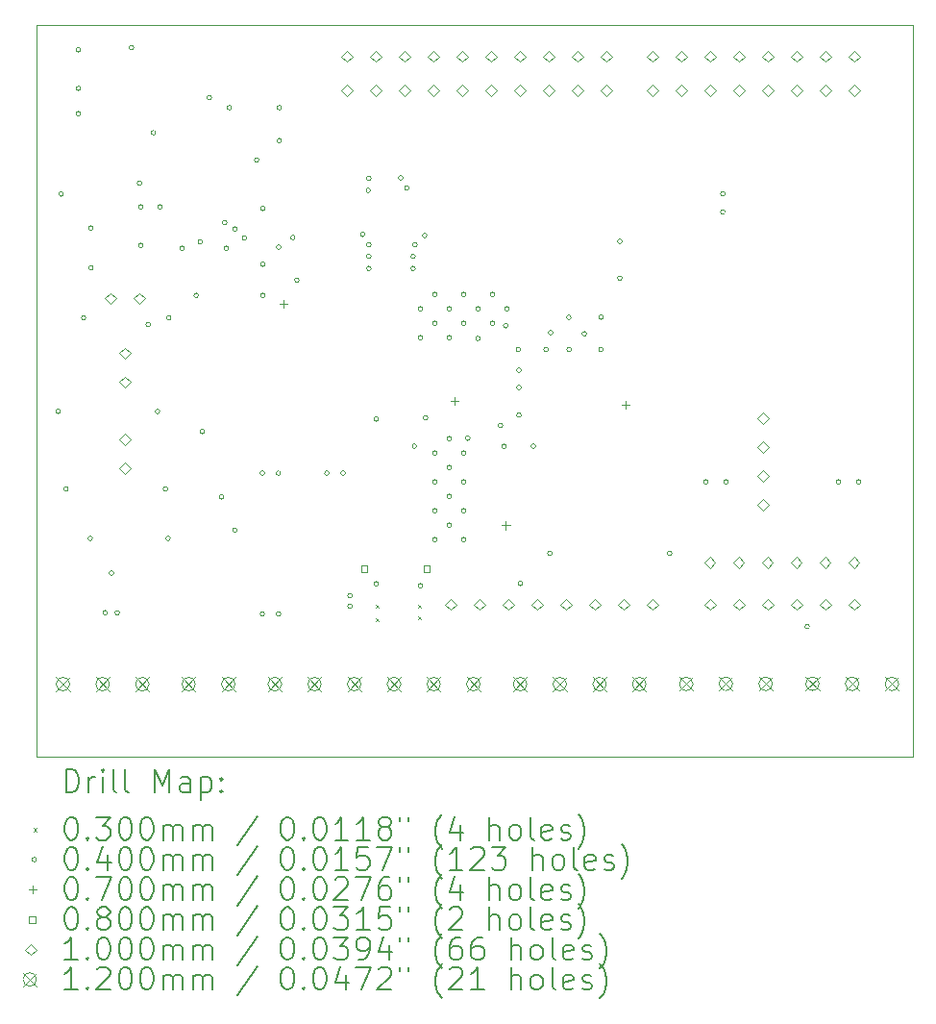
<source format=gbr>
%FSLAX45Y45*%
G04 Gerber Fmt 4.5, Leading zero omitted, Abs format (unit mm)*
G04 Created by KiCad (PCBNEW (6.0.1-0)) date 2022-02-06 09:10:40*
%MOMM*%
%LPD*%
G01*
G04 APERTURE LIST*
%TA.AperFunction,Profile*%
%ADD10C,0.050000*%
%TD*%
%ADD11C,0.200000*%
%ADD12C,0.030000*%
%ADD13C,0.040000*%
%ADD14C,0.070000*%
%ADD15C,0.080000*%
%ADD16C,0.100000*%
%ADD17C,0.120000*%
G04 APERTURE END LIST*
D10*
X19075400Y-7658100D02*
X19074000Y-14104500D01*
X19074000Y-14104500D02*
X11353800Y-14104500D01*
X11353800Y-14104500D02*
X11353800Y-7658100D01*
X11353800Y-7658100D02*
X19075400Y-7658100D01*
D11*
D12*
X14338757Y-12766280D02*
X14368757Y-12796280D01*
X14368757Y-12766280D02*
X14338757Y-12796280D01*
X14338757Y-12883120D02*
X14368757Y-12913120D01*
X14368757Y-12883120D02*
X14338757Y-12913120D01*
X14708465Y-12766280D02*
X14738465Y-12796280D01*
X14738465Y-12766280D02*
X14708465Y-12796280D01*
X14708465Y-12867192D02*
X14738465Y-12897192D01*
X14738465Y-12867192D02*
X14708465Y-12897192D01*
D13*
X11560970Y-11064500D02*
G75*
G03*
X11560970Y-11064500I-20000J0D01*
G01*
X11587160Y-9149080D02*
G75*
G03*
X11587160Y-9149080I-20000J0D01*
G01*
X11629920Y-11747500D02*
G75*
G03*
X11629920Y-11747500I-20000J0D01*
G01*
X11739560Y-8442960D02*
G75*
G03*
X11739560Y-8442960I-20000J0D01*
G01*
X11740000Y-7880000D02*
G75*
G03*
X11740000Y-7880000I-20000J0D01*
G01*
X11740000Y-8220000D02*
G75*
G03*
X11740000Y-8220000I-20000J0D01*
G01*
X11785970Y-10239500D02*
G75*
G03*
X11785970Y-10239500I-20000J0D01*
G01*
X11843280Y-12181840D02*
G75*
G03*
X11843280Y-12181840I-20000J0D01*
G01*
X11850000Y-9450000D02*
G75*
G03*
X11850000Y-9450000I-20000J0D01*
G01*
X11850000Y-9800000D02*
G75*
G03*
X11850000Y-9800000I-20000J0D01*
G01*
X11975360Y-12837160D02*
G75*
G03*
X11975360Y-12837160I-20000J0D01*
G01*
X12031240Y-12486640D02*
G75*
G03*
X12031240Y-12486640I-20000J0D01*
G01*
X12082040Y-12837160D02*
G75*
G03*
X12082040Y-12837160I-20000J0D01*
G01*
X12206920Y-7860328D02*
G75*
G03*
X12206920Y-7860328I-20000J0D01*
G01*
X12278040Y-9052560D02*
G75*
G03*
X12278040Y-9052560I-20000J0D01*
G01*
X12289000Y-9262500D02*
G75*
G03*
X12289000Y-9262500I-20000J0D01*
G01*
X12289000Y-9602500D02*
G75*
G03*
X12289000Y-9602500I-20000J0D01*
G01*
X12354378Y-10297522D02*
G75*
G03*
X12354378Y-10297522I-20000J0D01*
G01*
X12400000Y-8610000D02*
G75*
G03*
X12400000Y-8610000I-20000J0D01*
G01*
X12435970Y-11064500D02*
G75*
G03*
X12435970Y-11064500I-20000J0D01*
G01*
X12459000Y-9262500D02*
G75*
G03*
X12459000Y-9262500I-20000J0D01*
G01*
X12506220Y-11747500D02*
G75*
G03*
X12506220Y-11747500I-20000J0D01*
G01*
X12529080Y-12181840D02*
G75*
G03*
X12529080Y-12181840I-20000J0D01*
G01*
X12535970Y-10239500D02*
G75*
G03*
X12535970Y-10239500I-20000J0D01*
G01*
X12653800Y-9628100D02*
G75*
G03*
X12653800Y-9628100I-20000J0D01*
G01*
X12777240Y-10042450D02*
G75*
G03*
X12777240Y-10042450I-20000J0D01*
G01*
X12812467Y-9569033D02*
G75*
G03*
X12812467Y-9569033I-20000J0D01*
G01*
X12831760Y-11242040D02*
G75*
G03*
X12831760Y-11242040I-20000J0D01*
G01*
X12892720Y-8300720D02*
G75*
G03*
X12892720Y-8300720I-20000J0D01*
G01*
X12999950Y-11818100D02*
G75*
G03*
X12999950Y-11818100I-20000J0D01*
G01*
X13029000Y-9402500D02*
G75*
G03*
X13029000Y-9402500I-20000J0D01*
G01*
X13043800Y-9628100D02*
G75*
G03*
X13043800Y-9628100I-20000J0D01*
G01*
X13070000Y-8390000D02*
G75*
G03*
X13070000Y-8390000I-20000J0D01*
G01*
X13117981Y-9458150D02*
G75*
G03*
X13117981Y-9458150I-20000J0D01*
G01*
X13118800Y-12109950D02*
G75*
G03*
X13118800Y-12109950I-20000J0D01*
G01*
X13203025Y-9538100D02*
G75*
G03*
X13203025Y-9538100I-20000J0D01*
G01*
X13310000Y-8850000D02*
G75*
G03*
X13310000Y-8850000I-20000J0D01*
G01*
X13360080Y-11607800D02*
G75*
G03*
X13360080Y-11607800I-20000J0D01*
G01*
X13360080Y-12847320D02*
G75*
G03*
X13360080Y-12847320I-20000J0D01*
G01*
X13363800Y-9278100D02*
G75*
G03*
X13363800Y-9278100I-20000J0D01*
G01*
X13363800Y-9768100D02*
G75*
G03*
X13363800Y-9768100I-20000J0D01*
G01*
X13363800Y-10042450D02*
G75*
G03*
X13363800Y-10042450I-20000J0D01*
G01*
X13502320Y-11607800D02*
G75*
G03*
X13502320Y-11607800I-20000J0D01*
G01*
X13502320Y-12847320D02*
G75*
G03*
X13502320Y-12847320I-20000J0D01*
G01*
X13503800Y-9618100D02*
G75*
G03*
X13503800Y-9618100I-20000J0D01*
G01*
X13510000Y-8390000D02*
G75*
G03*
X13510000Y-8390000I-20000J0D01*
G01*
X13510000Y-8680000D02*
G75*
G03*
X13510000Y-8680000I-20000J0D01*
G01*
X13629008Y-9533158D02*
G75*
G03*
X13629008Y-9533158I-20000J0D01*
G01*
X13664000Y-9907500D02*
G75*
G03*
X13664000Y-9907500I-20000J0D01*
G01*
X13929040Y-11607800D02*
G75*
G03*
X13929040Y-11607800I-20000J0D01*
G01*
X14071280Y-11607800D02*
G75*
G03*
X14071280Y-11607800I-20000J0D01*
G01*
X14132240Y-12684760D02*
G75*
G03*
X14132240Y-12684760I-20000J0D01*
G01*
X14132240Y-12781280D02*
G75*
G03*
X14132240Y-12781280I-20000J0D01*
G01*
X14243853Y-9505414D02*
G75*
G03*
X14243853Y-9505414I-20000J0D01*
G01*
X14293287Y-9117978D02*
G75*
G03*
X14293287Y-9117978I-20000J0D01*
G01*
X14298731Y-9013169D02*
G75*
G03*
X14298731Y-9013169I-20000J0D01*
G01*
X14298805Y-9595050D02*
G75*
G03*
X14298805Y-9595050I-20000J0D01*
G01*
X14298805Y-9700000D02*
G75*
G03*
X14298805Y-9700000I-20000J0D01*
G01*
X14298805Y-9805000D02*
G75*
G03*
X14298805Y-9805000I-20000J0D01*
G01*
X14363757Y-11130000D02*
G75*
G03*
X14363757Y-11130000I-20000J0D01*
G01*
X14363757Y-12583100D02*
G75*
G03*
X14363757Y-12583100I-20000J0D01*
G01*
X14578609Y-9008100D02*
G75*
G03*
X14578609Y-9008100I-20000J0D01*
G01*
X14633561Y-9098100D02*
G75*
G03*
X14633561Y-9098100I-20000J0D01*
G01*
X14688513Y-9700050D02*
G75*
G03*
X14688513Y-9700050I-20000J0D01*
G01*
X14688513Y-9805000D02*
G75*
G03*
X14688513Y-9805000I-20000J0D01*
G01*
X14700000Y-11370000D02*
G75*
G03*
X14700000Y-11370000I-20000J0D01*
G01*
X14703906Y-9596235D02*
G75*
G03*
X14703906Y-9596235I-20000J0D01*
G01*
X14752000Y-10160000D02*
G75*
G03*
X14752000Y-10160000I-20000J0D01*
G01*
X14752000Y-10414000D02*
G75*
G03*
X14752000Y-10414000I-20000J0D01*
G01*
X14753465Y-12598100D02*
G75*
G03*
X14753465Y-12598100I-20000J0D01*
G01*
X14790000Y-9515002D02*
G75*
G03*
X14790000Y-9515002I-20000J0D01*
G01*
X14798417Y-11120000D02*
G75*
G03*
X14798417Y-11120000I-20000J0D01*
G01*
X14879000Y-10033000D02*
G75*
G03*
X14879000Y-10033000I-20000J0D01*
G01*
X14879000Y-10287000D02*
G75*
G03*
X14879000Y-10287000I-20000J0D01*
G01*
X14879000Y-11430000D02*
G75*
G03*
X14879000Y-11430000I-20000J0D01*
G01*
X14879000Y-11684000D02*
G75*
G03*
X14879000Y-11684000I-20000J0D01*
G01*
X14879000Y-11938000D02*
G75*
G03*
X14879000Y-11938000I-20000J0D01*
G01*
X14879000Y-12192000D02*
G75*
G03*
X14879000Y-12192000I-20000J0D01*
G01*
X15006000Y-10160000D02*
G75*
G03*
X15006000Y-10160000I-20000J0D01*
G01*
X15006000Y-10414000D02*
G75*
G03*
X15006000Y-10414000I-20000J0D01*
G01*
X15006000Y-11303000D02*
G75*
G03*
X15006000Y-11303000I-20000J0D01*
G01*
X15006000Y-11557000D02*
G75*
G03*
X15006000Y-11557000I-20000J0D01*
G01*
X15006000Y-11811000D02*
G75*
G03*
X15006000Y-11811000I-20000J0D01*
G01*
X15006000Y-12065000D02*
G75*
G03*
X15006000Y-12065000I-20000J0D01*
G01*
X15133000Y-10033000D02*
G75*
G03*
X15133000Y-10033000I-20000J0D01*
G01*
X15133000Y-10287000D02*
G75*
G03*
X15133000Y-10287000I-20000J0D01*
G01*
X15133000Y-11430000D02*
G75*
G03*
X15133000Y-11430000I-20000J0D01*
G01*
X15133000Y-11684000D02*
G75*
G03*
X15133000Y-11684000I-20000J0D01*
G01*
X15133000Y-11938000D02*
G75*
G03*
X15133000Y-11938000I-20000J0D01*
G01*
X15133000Y-12192000D02*
G75*
G03*
X15133000Y-12192000I-20000J0D01*
G01*
X15170000Y-11300000D02*
G75*
G03*
X15170000Y-11300000I-20000J0D01*
G01*
X15260000Y-10160000D02*
G75*
G03*
X15260000Y-10160000I-20000J0D01*
G01*
X15260000Y-10421360D02*
G75*
G03*
X15260000Y-10421360I-20000J0D01*
G01*
X15387000Y-10033000D02*
G75*
G03*
X15387000Y-10033000I-20000J0D01*
G01*
X15387000Y-10287000D02*
G75*
G03*
X15387000Y-10287000I-20000J0D01*
G01*
X15458620Y-11188440D02*
G75*
G03*
X15458620Y-11188440I-20000J0D01*
G01*
X15489100Y-11371320D02*
G75*
G03*
X15489100Y-11371320I-20000J0D01*
G01*
X15504340Y-10309600D02*
G75*
G03*
X15504340Y-10309600I-20000J0D01*
G01*
X15514000Y-10160000D02*
G75*
G03*
X15514000Y-10160000I-20000J0D01*
G01*
X15616100Y-10517880D02*
G75*
G03*
X15616100Y-10517880I-20000J0D01*
G01*
X15621180Y-10700760D02*
G75*
G03*
X15621180Y-10700760I-20000J0D01*
G01*
X15621180Y-10853160D02*
G75*
G03*
X15621180Y-10853160I-20000J0D01*
G01*
X15621180Y-11097000D02*
G75*
G03*
X15621180Y-11097000I-20000J0D01*
G01*
X15633800Y-12578100D02*
G75*
G03*
X15633800Y-12578100I-20000J0D01*
G01*
X15747680Y-11369040D02*
G75*
G03*
X15747680Y-11369040I-20000J0D01*
G01*
X15859940Y-10517880D02*
G75*
G03*
X15859940Y-10517880I-20000J0D01*
G01*
X15893800Y-12313100D02*
G75*
G03*
X15893800Y-12313100I-20000J0D01*
G01*
X15900000Y-10370000D02*
G75*
G03*
X15900000Y-10370000I-20000J0D01*
G01*
X16060100Y-10236200D02*
G75*
G03*
X16060100Y-10236200I-20000J0D01*
G01*
X16062640Y-10518140D02*
G75*
G03*
X16062640Y-10518140I-20000J0D01*
G01*
X16197260Y-10380980D02*
G75*
G03*
X16197260Y-10380980I-20000J0D01*
G01*
X16344580Y-10233660D02*
G75*
G03*
X16344580Y-10233660I-20000J0D01*
G01*
X16344580Y-10518140D02*
G75*
G03*
X16344580Y-10518140I-20000J0D01*
G01*
X16509680Y-9565640D02*
G75*
G03*
X16509680Y-9565640I-20000J0D01*
G01*
X16510000Y-9890440D02*
G75*
G03*
X16510000Y-9890440I-20000J0D01*
G01*
X16948800Y-12313100D02*
G75*
G03*
X16948800Y-12313100I-20000J0D01*
G01*
X17266600Y-11684000D02*
G75*
G03*
X17266600Y-11684000I-20000J0D01*
G01*
X17417100Y-9146400D02*
G75*
G03*
X17417100Y-9146400I-20000J0D01*
G01*
X17417100Y-9306400D02*
G75*
G03*
X17417100Y-9306400I-20000J0D01*
G01*
X17444400Y-11684000D02*
G75*
G03*
X17444400Y-11684000I-20000J0D01*
G01*
X18160680Y-12959080D02*
G75*
G03*
X18160680Y-12959080I-20000J0D01*
G01*
X18435000Y-11684000D02*
G75*
G03*
X18435000Y-11684000I-20000J0D01*
G01*
X18612800Y-11684000D02*
G75*
G03*
X18612800Y-11684000I-20000J0D01*
G01*
D14*
X13523800Y-10083100D02*
X13523800Y-10153100D01*
X13488800Y-10118100D02*
X13558800Y-10118100D01*
X15034260Y-10935260D02*
X15034260Y-11005260D01*
X14999260Y-10970260D02*
X15069260Y-10970260D01*
X15486380Y-12032540D02*
X15486380Y-12102540D01*
X15451380Y-12067540D02*
X15521380Y-12067540D01*
X16540480Y-10968280D02*
X16540480Y-11038280D01*
X16505480Y-11003280D02*
X16575480Y-11003280D01*
D15*
X14267084Y-12476384D02*
X14267084Y-12419815D01*
X14210515Y-12419815D01*
X14210515Y-12476384D01*
X14267084Y-12476384D01*
X14816164Y-12478284D02*
X14816164Y-12421715D01*
X14759595Y-12421715D01*
X14759595Y-12478284D01*
X14816164Y-12478284D01*
D16*
X12000000Y-10120000D02*
X12050000Y-10070000D01*
X12000000Y-10020000D01*
X11950000Y-10070000D01*
X12000000Y-10120000D01*
X12131850Y-11362960D02*
X12181850Y-11312960D01*
X12131850Y-11262960D01*
X12081850Y-11312960D01*
X12131850Y-11362960D01*
X12131850Y-11616960D02*
X12181850Y-11566960D01*
X12131850Y-11516960D01*
X12081850Y-11566960D01*
X12131850Y-11616960D01*
X12132500Y-10602500D02*
X12182500Y-10552500D01*
X12132500Y-10502500D01*
X12082500Y-10552500D01*
X12132500Y-10602500D01*
X12132500Y-10856500D02*
X12182500Y-10806500D01*
X12132500Y-10756500D01*
X12082500Y-10806500D01*
X12132500Y-10856500D01*
X12254000Y-10120000D02*
X12304000Y-10070000D01*
X12254000Y-10020000D01*
X12204000Y-10070000D01*
X12254000Y-10120000D01*
X14084300Y-8287220D02*
X14134300Y-8237220D01*
X14084300Y-8187220D01*
X14034300Y-8237220D01*
X14084300Y-8287220D01*
X14084700Y-7987500D02*
X14134700Y-7937500D01*
X14084700Y-7887500D01*
X14034700Y-7937500D01*
X14084700Y-7987500D01*
X14338300Y-8287220D02*
X14388300Y-8237220D01*
X14338300Y-8187220D01*
X14288300Y-8237220D01*
X14338300Y-8287220D01*
X14338700Y-7987500D02*
X14388700Y-7937500D01*
X14338700Y-7887500D01*
X14288700Y-7937500D01*
X14338700Y-7987500D01*
X14592300Y-8287220D02*
X14642300Y-8237220D01*
X14592300Y-8187220D01*
X14542300Y-8237220D01*
X14592300Y-8287220D01*
X14592700Y-7987500D02*
X14642700Y-7937500D01*
X14592700Y-7887500D01*
X14542700Y-7937500D01*
X14592700Y-7987500D01*
X14846300Y-8287220D02*
X14896300Y-8237220D01*
X14846300Y-8187220D01*
X14796300Y-8237220D01*
X14846300Y-8287220D01*
X14846700Y-7987500D02*
X14896700Y-7937500D01*
X14846700Y-7887500D01*
X14796700Y-7937500D01*
X14846700Y-7987500D01*
X14998700Y-12813500D02*
X15048700Y-12763500D01*
X14998700Y-12713500D01*
X14948700Y-12763500D01*
X14998700Y-12813500D01*
X15100300Y-8287220D02*
X15150300Y-8237220D01*
X15100300Y-8187220D01*
X15050300Y-8237220D01*
X15100300Y-8287220D01*
X15100700Y-7987500D02*
X15150700Y-7937500D01*
X15100700Y-7887500D01*
X15050700Y-7937500D01*
X15100700Y-7987500D01*
X15252700Y-12813500D02*
X15302700Y-12763500D01*
X15252700Y-12713500D01*
X15202700Y-12763500D01*
X15252700Y-12813500D01*
X15354300Y-8287220D02*
X15404300Y-8237220D01*
X15354300Y-8187220D01*
X15304300Y-8237220D01*
X15354300Y-8287220D01*
X15354700Y-7987500D02*
X15404700Y-7937500D01*
X15354700Y-7887500D01*
X15304700Y-7937500D01*
X15354700Y-7987500D01*
X15506700Y-12813500D02*
X15556700Y-12763500D01*
X15506700Y-12713500D01*
X15456700Y-12763500D01*
X15506700Y-12813500D01*
X15608300Y-8287220D02*
X15658300Y-8237220D01*
X15608300Y-8187220D01*
X15558300Y-8237220D01*
X15608300Y-8287220D01*
X15608700Y-7987500D02*
X15658700Y-7937500D01*
X15608700Y-7887500D01*
X15558700Y-7937500D01*
X15608700Y-7987500D01*
X15760700Y-12813500D02*
X15810700Y-12763500D01*
X15760700Y-12713500D01*
X15710700Y-12763500D01*
X15760700Y-12813500D01*
X15862300Y-8287220D02*
X15912300Y-8237220D01*
X15862300Y-8187220D01*
X15812300Y-8237220D01*
X15862300Y-8287220D01*
X15862700Y-7987500D02*
X15912700Y-7937500D01*
X15862700Y-7887500D01*
X15812700Y-7937500D01*
X15862700Y-7987500D01*
X16014700Y-12813500D02*
X16064700Y-12763500D01*
X16014700Y-12713500D01*
X15964700Y-12763500D01*
X16014700Y-12813500D01*
X16116300Y-8287220D02*
X16166300Y-8237220D01*
X16116300Y-8187220D01*
X16066300Y-8237220D01*
X16116300Y-8287220D01*
X16116700Y-7987500D02*
X16166700Y-7937500D01*
X16116700Y-7887500D01*
X16066700Y-7937500D01*
X16116700Y-7987500D01*
X16268700Y-12813500D02*
X16318700Y-12763500D01*
X16268700Y-12713500D01*
X16218700Y-12763500D01*
X16268700Y-12813500D01*
X16370300Y-8287220D02*
X16420300Y-8237220D01*
X16370300Y-8187220D01*
X16320300Y-8237220D01*
X16370300Y-8287220D01*
X16370700Y-7987500D02*
X16420700Y-7937500D01*
X16370700Y-7887500D01*
X16320700Y-7937500D01*
X16370700Y-7987500D01*
X16522700Y-12813500D02*
X16572700Y-12763500D01*
X16522700Y-12713500D01*
X16472700Y-12763500D01*
X16522700Y-12813500D01*
X16776700Y-7987500D02*
X16826700Y-7937500D01*
X16776700Y-7887500D01*
X16726700Y-7937500D01*
X16776700Y-7987500D01*
X16776700Y-12813500D02*
X16826700Y-12763500D01*
X16776700Y-12713500D01*
X16726700Y-12763500D01*
X16776700Y-12813500D01*
X16777240Y-8287220D02*
X16827240Y-8237220D01*
X16777240Y-8187220D01*
X16727240Y-8237220D01*
X16777240Y-8287220D01*
X17030700Y-7987500D02*
X17080700Y-7937500D01*
X17030700Y-7887500D01*
X16980700Y-7937500D01*
X17030700Y-7987500D01*
X17031240Y-8287220D02*
X17081240Y-8237220D01*
X17031240Y-8187220D01*
X16981240Y-8237220D01*
X17031240Y-8287220D01*
X17282160Y-12442660D02*
X17332160Y-12392660D01*
X17282160Y-12342660D01*
X17232160Y-12392660D01*
X17282160Y-12442660D01*
X17284700Y-7987500D02*
X17334700Y-7937500D01*
X17284700Y-7887500D01*
X17234700Y-7937500D01*
X17284700Y-7987500D01*
X17284700Y-12813500D02*
X17334700Y-12763500D01*
X17284700Y-12713500D01*
X17234700Y-12763500D01*
X17284700Y-12813500D01*
X17285240Y-8287220D02*
X17335240Y-8237220D01*
X17285240Y-8187220D01*
X17235240Y-8237220D01*
X17285240Y-8287220D01*
X17536160Y-12442660D02*
X17586160Y-12392660D01*
X17536160Y-12342660D01*
X17486160Y-12392660D01*
X17536160Y-12442660D01*
X17538700Y-7987500D02*
X17588700Y-7937500D01*
X17538700Y-7887500D01*
X17488700Y-7937500D01*
X17538700Y-7987500D01*
X17538700Y-12813500D02*
X17588700Y-12763500D01*
X17538700Y-12713500D01*
X17488700Y-12763500D01*
X17538700Y-12813500D01*
X17539240Y-8287220D02*
X17589240Y-8237220D01*
X17539240Y-8187220D01*
X17489240Y-8237220D01*
X17539240Y-8287220D01*
X17754600Y-11173700D02*
X17804600Y-11123700D01*
X17754600Y-11073700D01*
X17704600Y-11123700D01*
X17754600Y-11173700D01*
X17754600Y-11427700D02*
X17804600Y-11377700D01*
X17754600Y-11327700D01*
X17704600Y-11377700D01*
X17754600Y-11427700D01*
X17754600Y-11681700D02*
X17804600Y-11631700D01*
X17754600Y-11581700D01*
X17704600Y-11631700D01*
X17754600Y-11681700D01*
X17754600Y-11935700D02*
X17804600Y-11885700D01*
X17754600Y-11835700D01*
X17704600Y-11885700D01*
X17754600Y-11935700D01*
X17790160Y-12442660D02*
X17840160Y-12392660D01*
X17790160Y-12342660D01*
X17740160Y-12392660D01*
X17790160Y-12442660D01*
X17792700Y-7987500D02*
X17842700Y-7937500D01*
X17792700Y-7887500D01*
X17742700Y-7937500D01*
X17792700Y-7987500D01*
X17792700Y-12813500D02*
X17842700Y-12763500D01*
X17792700Y-12713500D01*
X17742700Y-12763500D01*
X17792700Y-12813500D01*
X17793240Y-8287220D02*
X17843240Y-8237220D01*
X17793240Y-8187220D01*
X17743240Y-8237220D01*
X17793240Y-8287220D01*
X18044160Y-12442660D02*
X18094160Y-12392660D01*
X18044160Y-12342660D01*
X17994160Y-12392660D01*
X18044160Y-12442660D01*
X18046700Y-7987500D02*
X18096700Y-7937500D01*
X18046700Y-7887500D01*
X17996700Y-7937500D01*
X18046700Y-7987500D01*
X18046700Y-12813500D02*
X18096700Y-12763500D01*
X18046700Y-12713500D01*
X17996700Y-12763500D01*
X18046700Y-12813500D01*
X18047240Y-8287220D02*
X18097240Y-8237220D01*
X18047240Y-8187220D01*
X17997240Y-8237220D01*
X18047240Y-8287220D01*
X18298160Y-12442660D02*
X18348160Y-12392660D01*
X18298160Y-12342660D01*
X18248160Y-12392660D01*
X18298160Y-12442660D01*
X18300700Y-7987500D02*
X18350700Y-7937500D01*
X18300700Y-7887500D01*
X18250700Y-7937500D01*
X18300700Y-7987500D01*
X18300700Y-12813500D02*
X18350700Y-12763500D01*
X18300700Y-12713500D01*
X18250700Y-12763500D01*
X18300700Y-12813500D01*
X18301240Y-8287220D02*
X18351240Y-8237220D01*
X18301240Y-8187220D01*
X18251240Y-8237220D01*
X18301240Y-8287220D01*
X18552160Y-12442660D02*
X18602160Y-12392660D01*
X18552160Y-12342660D01*
X18502160Y-12392660D01*
X18552160Y-12442660D01*
X18554700Y-7987500D02*
X18604700Y-7937500D01*
X18554700Y-7887500D01*
X18504700Y-7937500D01*
X18554700Y-7987500D01*
X18554700Y-12813500D02*
X18604700Y-12763500D01*
X18554700Y-12713500D01*
X18504700Y-12763500D01*
X18554700Y-12813500D01*
X18555240Y-8287220D02*
X18605240Y-8237220D01*
X18555240Y-8187220D01*
X18505240Y-8237220D01*
X18555240Y-8287220D01*
D17*
X11523080Y-13405540D02*
X11643080Y-13525540D01*
X11643080Y-13405540D02*
X11523080Y-13525540D01*
X11643080Y-13465540D02*
G75*
G03*
X11643080Y-13465540I-60000J0D01*
G01*
X11873080Y-13405540D02*
X11993080Y-13525540D01*
X11993080Y-13405540D02*
X11873080Y-13525540D01*
X11993080Y-13465540D02*
G75*
G03*
X11993080Y-13465540I-60000J0D01*
G01*
X12223080Y-13405540D02*
X12343080Y-13525540D01*
X12343080Y-13405540D02*
X12223080Y-13525540D01*
X12343080Y-13465540D02*
G75*
G03*
X12343080Y-13465540I-60000J0D01*
G01*
X12630880Y-13405540D02*
X12750880Y-13525540D01*
X12750880Y-13405540D02*
X12630880Y-13525540D01*
X12750880Y-13465540D02*
G75*
G03*
X12750880Y-13465540I-60000J0D01*
G01*
X12980880Y-13405540D02*
X13100880Y-13525540D01*
X13100880Y-13405540D02*
X12980880Y-13525540D01*
X13100880Y-13465540D02*
G75*
G03*
X13100880Y-13465540I-60000J0D01*
G01*
X13389880Y-13405540D02*
X13509880Y-13525540D01*
X13509880Y-13405540D02*
X13389880Y-13525540D01*
X13509880Y-13465540D02*
G75*
G03*
X13509880Y-13465540I-60000J0D01*
G01*
X13739880Y-13405540D02*
X13859880Y-13525540D01*
X13859880Y-13405540D02*
X13739880Y-13525540D01*
X13859880Y-13465540D02*
G75*
G03*
X13859880Y-13465540I-60000J0D01*
G01*
X14089880Y-13405540D02*
X14209880Y-13525540D01*
X14209880Y-13405540D02*
X14089880Y-13525540D01*
X14209880Y-13465540D02*
G75*
G03*
X14209880Y-13465540I-60000J0D01*
G01*
X14439880Y-13405540D02*
X14559880Y-13525540D01*
X14559880Y-13405540D02*
X14439880Y-13525540D01*
X14559880Y-13465540D02*
G75*
G03*
X14559880Y-13465540I-60000J0D01*
G01*
X14789880Y-13405540D02*
X14909880Y-13525540D01*
X14909880Y-13405540D02*
X14789880Y-13525540D01*
X14909880Y-13465540D02*
G75*
G03*
X14909880Y-13465540I-60000J0D01*
G01*
X15139880Y-13405540D02*
X15259880Y-13525540D01*
X15259880Y-13405540D02*
X15139880Y-13525540D01*
X15259880Y-13465540D02*
G75*
G03*
X15259880Y-13465540I-60000J0D01*
G01*
X15551360Y-13405540D02*
X15671360Y-13525540D01*
X15671360Y-13405540D02*
X15551360Y-13525540D01*
X15671360Y-13465540D02*
G75*
G03*
X15671360Y-13465540I-60000J0D01*
G01*
X15901360Y-13405540D02*
X16021360Y-13525540D01*
X16021360Y-13405540D02*
X15901360Y-13525540D01*
X16021360Y-13465540D02*
G75*
G03*
X16021360Y-13465540I-60000J0D01*
G01*
X16251360Y-13405540D02*
X16371360Y-13525540D01*
X16371360Y-13405540D02*
X16251360Y-13525540D01*
X16371360Y-13465540D02*
G75*
G03*
X16371360Y-13465540I-60000J0D01*
G01*
X16601360Y-13405540D02*
X16721360Y-13525540D01*
X16721360Y-13405540D02*
X16601360Y-13525540D01*
X16721360Y-13465540D02*
G75*
G03*
X16721360Y-13465540I-60000J0D01*
G01*
X17014400Y-13403120D02*
X17134400Y-13523120D01*
X17134400Y-13403120D02*
X17014400Y-13523120D01*
X17134400Y-13463120D02*
G75*
G03*
X17134400Y-13463120I-60000J0D01*
G01*
X17364400Y-13403120D02*
X17484400Y-13523120D01*
X17484400Y-13403120D02*
X17364400Y-13523120D01*
X17484400Y-13463120D02*
G75*
G03*
X17484400Y-13463120I-60000J0D01*
G01*
X17714400Y-13403120D02*
X17834400Y-13523120D01*
X17834400Y-13403120D02*
X17714400Y-13523120D01*
X17834400Y-13463120D02*
G75*
G03*
X17834400Y-13463120I-60000J0D01*
G01*
X18126920Y-13403120D02*
X18246920Y-13523120D01*
X18246920Y-13403120D02*
X18126920Y-13523120D01*
X18246920Y-13463120D02*
G75*
G03*
X18246920Y-13463120I-60000J0D01*
G01*
X18476920Y-13403120D02*
X18596920Y-13523120D01*
X18596920Y-13403120D02*
X18476920Y-13523120D01*
X18596920Y-13463120D02*
G75*
G03*
X18596920Y-13463120I-60000J0D01*
G01*
X18826920Y-13403120D02*
X18946920Y-13523120D01*
X18946920Y-13403120D02*
X18826920Y-13523120D01*
X18946920Y-13463120D02*
G75*
G03*
X18946920Y-13463120I-60000J0D01*
G01*
D11*
X11608919Y-14417476D02*
X11608919Y-14217476D01*
X11656538Y-14217476D01*
X11685109Y-14227000D01*
X11704157Y-14246048D01*
X11713681Y-14265095D01*
X11723205Y-14303190D01*
X11723205Y-14331762D01*
X11713681Y-14369857D01*
X11704157Y-14388905D01*
X11685109Y-14407952D01*
X11656538Y-14417476D01*
X11608919Y-14417476D01*
X11808919Y-14417476D02*
X11808919Y-14284143D01*
X11808919Y-14322238D02*
X11818443Y-14303190D01*
X11827967Y-14293667D01*
X11847014Y-14284143D01*
X11866062Y-14284143D01*
X11932728Y-14417476D02*
X11932728Y-14284143D01*
X11932728Y-14217476D02*
X11923205Y-14227000D01*
X11932728Y-14236524D01*
X11942252Y-14227000D01*
X11932728Y-14217476D01*
X11932728Y-14236524D01*
X12056538Y-14417476D02*
X12037490Y-14407952D01*
X12027967Y-14388905D01*
X12027967Y-14217476D01*
X12161300Y-14417476D02*
X12142252Y-14407952D01*
X12132728Y-14388905D01*
X12132728Y-14217476D01*
X12389871Y-14417476D02*
X12389871Y-14217476D01*
X12456538Y-14360333D01*
X12523205Y-14217476D01*
X12523205Y-14417476D01*
X12704157Y-14417476D02*
X12704157Y-14312714D01*
X12694633Y-14293667D01*
X12675586Y-14284143D01*
X12637490Y-14284143D01*
X12618443Y-14293667D01*
X12704157Y-14407952D02*
X12685109Y-14417476D01*
X12637490Y-14417476D01*
X12618443Y-14407952D01*
X12608919Y-14388905D01*
X12608919Y-14369857D01*
X12618443Y-14350809D01*
X12637490Y-14341286D01*
X12685109Y-14341286D01*
X12704157Y-14331762D01*
X12799395Y-14284143D02*
X12799395Y-14484143D01*
X12799395Y-14293667D02*
X12818443Y-14284143D01*
X12856538Y-14284143D01*
X12875586Y-14293667D01*
X12885109Y-14303190D01*
X12894633Y-14322238D01*
X12894633Y-14379381D01*
X12885109Y-14398428D01*
X12875586Y-14407952D01*
X12856538Y-14417476D01*
X12818443Y-14417476D01*
X12799395Y-14407952D01*
X12980348Y-14398428D02*
X12989871Y-14407952D01*
X12980348Y-14417476D01*
X12970824Y-14407952D01*
X12980348Y-14398428D01*
X12980348Y-14417476D01*
X12980348Y-14293667D02*
X12989871Y-14303190D01*
X12980348Y-14312714D01*
X12970824Y-14303190D01*
X12980348Y-14293667D01*
X12980348Y-14312714D01*
D12*
X11321300Y-14732000D02*
X11351300Y-14762000D01*
X11351300Y-14732000D02*
X11321300Y-14762000D01*
D11*
X11647014Y-14637476D02*
X11666062Y-14637476D01*
X11685109Y-14647000D01*
X11694633Y-14656524D01*
X11704157Y-14675571D01*
X11713681Y-14713667D01*
X11713681Y-14761286D01*
X11704157Y-14799381D01*
X11694633Y-14818428D01*
X11685109Y-14827952D01*
X11666062Y-14837476D01*
X11647014Y-14837476D01*
X11627967Y-14827952D01*
X11618443Y-14818428D01*
X11608919Y-14799381D01*
X11599395Y-14761286D01*
X11599395Y-14713667D01*
X11608919Y-14675571D01*
X11618443Y-14656524D01*
X11627967Y-14647000D01*
X11647014Y-14637476D01*
X11799395Y-14818428D02*
X11808919Y-14827952D01*
X11799395Y-14837476D01*
X11789871Y-14827952D01*
X11799395Y-14818428D01*
X11799395Y-14837476D01*
X11875586Y-14637476D02*
X11999395Y-14637476D01*
X11932728Y-14713667D01*
X11961300Y-14713667D01*
X11980348Y-14723190D01*
X11989871Y-14732714D01*
X11999395Y-14751762D01*
X11999395Y-14799381D01*
X11989871Y-14818428D01*
X11980348Y-14827952D01*
X11961300Y-14837476D01*
X11904157Y-14837476D01*
X11885109Y-14827952D01*
X11875586Y-14818428D01*
X12123205Y-14637476D02*
X12142252Y-14637476D01*
X12161300Y-14647000D01*
X12170824Y-14656524D01*
X12180348Y-14675571D01*
X12189871Y-14713667D01*
X12189871Y-14761286D01*
X12180348Y-14799381D01*
X12170824Y-14818428D01*
X12161300Y-14827952D01*
X12142252Y-14837476D01*
X12123205Y-14837476D01*
X12104157Y-14827952D01*
X12094633Y-14818428D01*
X12085109Y-14799381D01*
X12075586Y-14761286D01*
X12075586Y-14713667D01*
X12085109Y-14675571D01*
X12094633Y-14656524D01*
X12104157Y-14647000D01*
X12123205Y-14637476D01*
X12313681Y-14637476D02*
X12332728Y-14637476D01*
X12351776Y-14647000D01*
X12361300Y-14656524D01*
X12370824Y-14675571D01*
X12380348Y-14713667D01*
X12380348Y-14761286D01*
X12370824Y-14799381D01*
X12361300Y-14818428D01*
X12351776Y-14827952D01*
X12332728Y-14837476D01*
X12313681Y-14837476D01*
X12294633Y-14827952D01*
X12285109Y-14818428D01*
X12275586Y-14799381D01*
X12266062Y-14761286D01*
X12266062Y-14713667D01*
X12275586Y-14675571D01*
X12285109Y-14656524D01*
X12294633Y-14647000D01*
X12313681Y-14637476D01*
X12466062Y-14837476D02*
X12466062Y-14704143D01*
X12466062Y-14723190D02*
X12475586Y-14713667D01*
X12494633Y-14704143D01*
X12523205Y-14704143D01*
X12542252Y-14713667D01*
X12551776Y-14732714D01*
X12551776Y-14837476D01*
X12551776Y-14732714D02*
X12561300Y-14713667D01*
X12580348Y-14704143D01*
X12608919Y-14704143D01*
X12627967Y-14713667D01*
X12637490Y-14732714D01*
X12637490Y-14837476D01*
X12732728Y-14837476D02*
X12732728Y-14704143D01*
X12732728Y-14723190D02*
X12742252Y-14713667D01*
X12761300Y-14704143D01*
X12789871Y-14704143D01*
X12808919Y-14713667D01*
X12818443Y-14732714D01*
X12818443Y-14837476D01*
X12818443Y-14732714D02*
X12827967Y-14713667D01*
X12847014Y-14704143D01*
X12875586Y-14704143D01*
X12894633Y-14713667D01*
X12904157Y-14732714D01*
X12904157Y-14837476D01*
X13294633Y-14627952D02*
X13123205Y-14885095D01*
X13551776Y-14637476D02*
X13570824Y-14637476D01*
X13589871Y-14647000D01*
X13599395Y-14656524D01*
X13608919Y-14675571D01*
X13618443Y-14713667D01*
X13618443Y-14761286D01*
X13608919Y-14799381D01*
X13599395Y-14818428D01*
X13589871Y-14827952D01*
X13570824Y-14837476D01*
X13551776Y-14837476D01*
X13532728Y-14827952D01*
X13523205Y-14818428D01*
X13513681Y-14799381D01*
X13504157Y-14761286D01*
X13504157Y-14713667D01*
X13513681Y-14675571D01*
X13523205Y-14656524D01*
X13532728Y-14647000D01*
X13551776Y-14637476D01*
X13704157Y-14818428D02*
X13713681Y-14827952D01*
X13704157Y-14837476D01*
X13694633Y-14827952D01*
X13704157Y-14818428D01*
X13704157Y-14837476D01*
X13837490Y-14637476D02*
X13856538Y-14637476D01*
X13875586Y-14647000D01*
X13885109Y-14656524D01*
X13894633Y-14675571D01*
X13904157Y-14713667D01*
X13904157Y-14761286D01*
X13894633Y-14799381D01*
X13885109Y-14818428D01*
X13875586Y-14827952D01*
X13856538Y-14837476D01*
X13837490Y-14837476D01*
X13818443Y-14827952D01*
X13808919Y-14818428D01*
X13799395Y-14799381D01*
X13789871Y-14761286D01*
X13789871Y-14713667D01*
X13799395Y-14675571D01*
X13808919Y-14656524D01*
X13818443Y-14647000D01*
X13837490Y-14637476D01*
X14094633Y-14837476D02*
X13980348Y-14837476D01*
X14037490Y-14837476D02*
X14037490Y-14637476D01*
X14018443Y-14666048D01*
X13999395Y-14685095D01*
X13980348Y-14694619D01*
X14285109Y-14837476D02*
X14170824Y-14837476D01*
X14227967Y-14837476D02*
X14227967Y-14637476D01*
X14208919Y-14666048D01*
X14189871Y-14685095D01*
X14170824Y-14694619D01*
X14399395Y-14723190D02*
X14380348Y-14713667D01*
X14370824Y-14704143D01*
X14361300Y-14685095D01*
X14361300Y-14675571D01*
X14370824Y-14656524D01*
X14380348Y-14647000D01*
X14399395Y-14637476D01*
X14437490Y-14637476D01*
X14456538Y-14647000D01*
X14466062Y-14656524D01*
X14475586Y-14675571D01*
X14475586Y-14685095D01*
X14466062Y-14704143D01*
X14456538Y-14713667D01*
X14437490Y-14723190D01*
X14399395Y-14723190D01*
X14380348Y-14732714D01*
X14370824Y-14742238D01*
X14361300Y-14761286D01*
X14361300Y-14799381D01*
X14370824Y-14818428D01*
X14380348Y-14827952D01*
X14399395Y-14837476D01*
X14437490Y-14837476D01*
X14456538Y-14827952D01*
X14466062Y-14818428D01*
X14475586Y-14799381D01*
X14475586Y-14761286D01*
X14466062Y-14742238D01*
X14456538Y-14732714D01*
X14437490Y-14723190D01*
X14551776Y-14637476D02*
X14551776Y-14675571D01*
X14627967Y-14637476D02*
X14627967Y-14675571D01*
X14923205Y-14913667D02*
X14913681Y-14904143D01*
X14894633Y-14875571D01*
X14885109Y-14856524D01*
X14875586Y-14827952D01*
X14866062Y-14780333D01*
X14866062Y-14742238D01*
X14875586Y-14694619D01*
X14885109Y-14666048D01*
X14894633Y-14647000D01*
X14913681Y-14618428D01*
X14923205Y-14608905D01*
X15085109Y-14704143D02*
X15085109Y-14837476D01*
X15037490Y-14627952D02*
X14989871Y-14770809D01*
X15113681Y-14770809D01*
X15342252Y-14837476D02*
X15342252Y-14637476D01*
X15427967Y-14837476D02*
X15427967Y-14732714D01*
X15418443Y-14713667D01*
X15399395Y-14704143D01*
X15370824Y-14704143D01*
X15351776Y-14713667D01*
X15342252Y-14723190D01*
X15551776Y-14837476D02*
X15532728Y-14827952D01*
X15523205Y-14818428D01*
X15513681Y-14799381D01*
X15513681Y-14742238D01*
X15523205Y-14723190D01*
X15532728Y-14713667D01*
X15551776Y-14704143D01*
X15580348Y-14704143D01*
X15599395Y-14713667D01*
X15608919Y-14723190D01*
X15618443Y-14742238D01*
X15618443Y-14799381D01*
X15608919Y-14818428D01*
X15599395Y-14827952D01*
X15580348Y-14837476D01*
X15551776Y-14837476D01*
X15732728Y-14837476D02*
X15713681Y-14827952D01*
X15704157Y-14808905D01*
X15704157Y-14637476D01*
X15885109Y-14827952D02*
X15866062Y-14837476D01*
X15827967Y-14837476D01*
X15808919Y-14827952D01*
X15799395Y-14808905D01*
X15799395Y-14732714D01*
X15808919Y-14713667D01*
X15827967Y-14704143D01*
X15866062Y-14704143D01*
X15885109Y-14713667D01*
X15894633Y-14732714D01*
X15894633Y-14751762D01*
X15799395Y-14770809D01*
X15970824Y-14827952D02*
X15989871Y-14837476D01*
X16027967Y-14837476D01*
X16047014Y-14827952D01*
X16056538Y-14808905D01*
X16056538Y-14799381D01*
X16047014Y-14780333D01*
X16027967Y-14770809D01*
X15999395Y-14770809D01*
X15980348Y-14761286D01*
X15970824Y-14742238D01*
X15970824Y-14732714D01*
X15980348Y-14713667D01*
X15999395Y-14704143D01*
X16027967Y-14704143D01*
X16047014Y-14713667D01*
X16123205Y-14913667D02*
X16132728Y-14904143D01*
X16151776Y-14875571D01*
X16161300Y-14856524D01*
X16170824Y-14827952D01*
X16180348Y-14780333D01*
X16180348Y-14742238D01*
X16170824Y-14694619D01*
X16161300Y-14666048D01*
X16151776Y-14647000D01*
X16132728Y-14618428D01*
X16123205Y-14608905D01*
D13*
X11351300Y-15011000D02*
G75*
G03*
X11351300Y-15011000I-20000J0D01*
G01*
D11*
X11647014Y-14901476D02*
X11666062Y-14901476D01*
X11685109Y-14911000D01*
X11694633Y-14920524D01*
X11704157Y-14939571D01*
X11713681Y-14977667D01*
X11713681Y-15025286D01*
X11704157Y-15063381D01*
X11694633Y-15082428D01*
X11685109Y-15091952D01*
X11666062Y-15101476D01*
X11647014Y-15101476D01*
X11627967Y-15091952D01*
X11618443Y-15082428D01*
X11608919Y-15063381D01*
X11599395Y-15025286D01*
X11599395Y-14977667D01*
X11608919Y-14939571D01*
X11618443Y-14920524D01*
X11627967Y-14911000D01*
X11647014Y-14901476D01*
X11799395Y-15082428D02*
X11808919Y-15091952D01*
X11799395Y-15101476D01*
X11789871Y-15091952D01*
X11799395Y-15082428D01*
X11799395Y-15101476D01*
X11980348Y-14968143D02*
X11980348Y-15101476D01*
X11932728Y-14891952D02*
X11885109Y-15034809D01*
X12008919Y-15034809D01*
X12123205Y-14901476D02*
X12142252Y-14901476D01*
X12161300Y-14911000D01*
X12170824Y-14920524D01*
X12180348Y-14939571D01*
X12189871Y-14977667D01*
X12189871Y-15025286D01*
X12180348Y-15063381D01*
X12170824Y-15082428D01*
X12161300Y-15091952D01*
X12142252Y-15101476D01*
X12123205Y-15101476D01*
X12104157Y-15091952D01*
X12094633Y-15082428D01*
X12085109Y-15063381D01*
X12075586Y-15025286D01*
X12075586Y-14977667D01*
X12085109Y-14939571D01*
X12094633Y-14920524D01*
X12104157Y-14911000D01*
X12123205Y-14901476D01*
X12313681Y-14901476D02*
X12332728Y-14901476D01*
X12351776Y-14911000D01*
X12361300Y-14920524D01*
X12370824Y-14939571D01*
X12380348Y-14977667D01*
X12380348Y-15025286D01*
X12370824Y-15063381D01*
X12361300Y-15082428D01*
X12351776Y-15091952D01*
X12332728Y-15101476D01*
X12313681Y-15101476D01*
X12294633Y-15091952D01*
X12285109Y-15082428D01*
X12275586Y-15063381D01*
X12266062Y-15025286D01*
X12266062Y-14977667D01*
X12275586Y-14939571D01*
X12285109Y-14920524D01*
X12294633Y-14911000D01*
X12313681Y-14901476D01*
X12466062Y-15101476D02*
X12466062Y-14968143D01*
X12466062Y-14987190D02*
X12475586Y-14977667D01*
X12494633Y-14968143D01*
X12523205Y-14968143D01*
X12542252Y-14977667D01*
X12551776Y-14996714D01*
X12551776Y-15101476D01*
X12551776Y-14996714D02*
X12561300Y-14977667D01*
X12580348Y-14968143D01*
X12608919Y-14968143D01*
X12627967Y-14977667D01*
X12637490Y-14996714D01*
X12637490Y-15101476D01*
X12732728Y-15101476D02*
X12732728Y-14968143D01*
X12732728Y-14987190D02*
X12742252Y-14977667D01*
X12761300Y-14968143D01*
X12789871Y-14968143D01*
X12808919Y-14977667D01*
X12818443Y-14996714D01*
X12818443Y-15101476D01*
X12818443Y-14996714D02*
X12827967Y-14977667D01*
X12847014Y-14968143D01*
X12875586Y-14968143D01*
X12894633Y-14977667D01*
X12904157Y-14996714D01*
X12904157Y-15101476D01*
X13294633Y-14891952D02*
X13123205Y-15149095D01*
X13551776Y-14901476D02*
X13570824Y-14901476D01*
X13589871Y-14911000D01*
X13599395Y-14920524D01*
X13608919Y-14939571D01*
X13618443Y-14977667D01*
X13618443Y-15025286D01*
X13608919Y-15063381D01*
X13599395Y-15082428D01*
X13589871Y-15091952D01*
X13570824Y-15101476D01*
X13551776Y-15101476D01*
X13532728Y-15091952D01*
X13523205Y-15082428D01*
X13513681Y-15063381D01*
X13504157Y-15025286D01*
X13504157Y-14977667D01*
X13513681Y-14939571D01*
X13523205Y-14920524D01*
X13532728Y-14911000D01*
X13551776Y-14901476D01*
X13704157Y-15082428D02*
X13713681Y-15091952D01*
X13704157Y-15101476D01*
X13694633Y-15091952D01*
X13704157Y-15082428D01*
X13704157Y-15101476D01*
X13837490Y-14901476D02*
X13856538Y-14901476D01*
X13875586Y-14911000D01*
X13885109Y-14920524D01*
X13894633Y-14939571D01*
X13904157Y-14977667D01*
X13904157Y-15025286D01*
X13894633Y-15063381D01*
X13885109Y-15082428D01*
X13875586Y-15091952D01*
X13856538Y-15101476D01*
X13837490Y-15101476D01*
X13818443Y-15091952D01*
X13808919Y-15082428D01*
X13799395Y-15063381D01*
X13789871Y-15025286D01*
X13789871Y-14977667D01*
X13799395Y-14939571D01*
X13808919Y-14920524D01*
X13818443Y-14911000D01*
X13837490Y-14901476D01*
X14094633Y-15101476D02*
X13980348Y-15101476D01*
X14037490Y-15101476D02*
X14037490Y-14901476D01*
X14018443Y-14930048D01*
X13999395Y-14949095D01*
X13980348Y-14958619D01*
X14275586Y-14901476D02*
X14180348Y-14901476D01*
X14170824Y-14996714D01*
X14180348Y-14987190D01*
X14199395Y-14977667D01*
X14247014Y-14977667D01*
X14266062Y-14987190D01*
X14275586Y-14996714D01*
X14285109Y-15015762D01*
X14285109Y-15063381D01*
X14275586Y-15082428D01*
X14266062Y-15091952D01*
X14247014Y-15101476D01*
X14199395Y-15101476D01*
X14180348Y-15091952D01*
X14170824Y-15082428D01*
X14351776Y-14901476D02*
X14485109Y-14901476D01*
X14399395Y-15101476D01*
X14551776Y-14901476D02*
X14551776Y-14939571D01*
X14627967Y-14901476D02*
X14627967Y-14939571D01*
X14923205Y-15177667D02*
X14913681Y-15168143D01*
X14894633Y-15139571D01*
X14885109Y-15120524D01*
X14875586Y-15091952D01*
X14866062Y-15044333D01*
X14866062Y-15006238D01*
X14875586Y-14958619D01*
X14885109Y-14930048D01*
X14894633Y-14911000D01*
X14913681Y-14882428D01*
X14923205Y-14872905D01*
X15104157Y-15101476D02*
X14989871Y-15101476D01*
X15047014Y-15101476D02*
X15047014Y-14901476D01*
X15027967Y-14930048D01*
X15008919Y-14949095D01*
X14989871Y-14958619D01*
X15180348Y-14920524D02*
X15189871Y-14911000D01*
X15208919Y-14901476D01*
X15256538Y-14901476D01*
X15275586Y-14911000D01*
X15285109Y-14920524D01*
X15294633Y-14939571D01*
X15294633Y-14958619D01*
X15285109Y-14987190D01*
X15170824Y-15101476D01*
X15294633Y-15101476D01*
X15361300Y-14901476D02*
X15485109Y-14901476D01*
X15418443Y-14977667D01*
X15447014Y-14977667D01*
X15466062Y-14987190D01*
X15475586Y-14996714D01*
X15485109Y-15015762D01*
X15485109Y-15063381D01*
X15475586Y-15082428D01*
X15466062Y-15091952D01*
X15447014Y-15101476D01*
X15389871Y-15101476D01*
X15370824Y-15091952D01*
X15361300Y-15082428D01*
X15723205Y-15101476D02*
X15723205Y-14901476D01*
X15808919Y-15101476D02*
X15808919Y-14996714D01*
X15799395Y-14977667D01*
X15780348Y-14968143D01*
X15751776Y-14968143D01*
X15732728Y-14977667D01*
X15723205Y-14987190D01*
X15932728Y-15101476D02*
X15913681Y-15091952D01*
X15904157Y-15082428D01*
X15894633Y-15063381D01*
X15894633Y-15006238D01*
X15904157Y-14987190D01*
X15913681Y-14977667D01*
X15932728Y-14968143D01*
X15961300Y-14968143D01*
X15980348Y-14977667D01*
X15989871Y-14987190D01*
X15999395Y-15006238D01*
X15999395Y-15063381D01*
X15989871Y-15082428D01*
X15980348Y-15091952D01*
X15961300Y-15101476D01*
X15932728Y-15101476D01*
X16113681Y-15101476D02*
X16094633Y-15091952D01*
X16085109Y-15072905D01*
X16085109Y-14901476D01*
X16266062Y-15091952D02*
X16247014Y-15101476D01*
X16208919Y-15101476D01*
X16189871Y-15091952D01*
X16180348Y-15072905D01*
X16180348Y-14996714D01*
X16189871Y-14977667D01*
X16208919Y-14968143D01*
X16247014Y-14968143D01*
X16266062Y-14977667D01*
X16275586Y-14996714D01*
X16275586Y-15015762D01*
X16180348Y-15034809D01*
X16351776Y-15091952D02*
X16370824Y-15101476D01*
X16408919Y-15101476D01*
X16427967Y-15091952D01*
X16437490Y-15072905D01*
X16437490Y-15063381D01*
X16427967Y-15044333D01*
X16408919Y-15034809D01*
X16380348Y-15034809D01*
X16361300Y-15025286D01*
X16351776Y-15006238D01*
X16351776Y-14996714D01*
X16361300Y-14977667D01*
X16380348Y-14968143D01*
X16408919Y-14968143D01*
X16427967Y-14977667D01*
X16504157Y-15177667D02*
X16513681Y-15168143D01*
X16532728Y-15139571D01*
X16542252Y-15120524D01*
X16551776Y-15091952D01*
X16561300Y-15044333D01*
X16561300Y-15006238D01*
X16551776Y-14958619D01*
X16542252Y-14930048D01*
X16532728Y-14911000D01*
X16513681Y-14882428D01*
X16504157Y-14872905D01*
D14*
X11316300Y-15240000D02*
X11316300Y-15310000D01*
X11281300Y-15275000D02*
X11351300Y-15275000D01*
D11*
X11647014Y-15165476D02*
X11666062Y-15165476D01*
X11685109Y-15175000D01*
X11694633Y-15184524D01*
X11704157Y-15203571D01*
X11713681Y-15241667D01*
X11713681Y-15289286D01*
X11704157Y-15327381D01*
X11694633Y-15346428D01*
X11685109Y-15355952D01*
X11666062Y-15365476D01*
X11647014Y-15365476D01*
X11627967Y-15355952D01*
X11618443Y-15346428D01*
X11608919Y-15327381D01*
X11599395Y-15289286D01*
X11599395Y-15241667D01*
X11608919Y-15203571D01*
X11618443Y-15184524D01*
X11627967Y-15175000D01*
X11647014Y-15165476D01*
X11799395Y-15346428D02*
X11808919Y-15355952D01*
X11799395Y-15365476D01*
X11789871Y-15355952D01*
X11799395Y-15346428D01*
X11799395Y-15365476D01*
X11875586Y-15165476D02*
X12008919Y-15165476D01*
X11923205Y-15365476D01*
X12123205Y-15165476D02*
X12142252Y-15165476D01*
X12161300Y-15175000D01*
X12170824Y-15184524D01*
X12180348Y-15203571D01*
X12189871Y-15241667D01*
X12189871Y-15289286D01*
X12180348Y-15327381D01*
X12170824Y-15346428D01*
X12161300Y-15355952D01*
X12142252Y-15365476D01*
X12123205Y-15365476D01*
X12104157Y-15355952D01*
X12094633Y-15346428D01*
X12085109Y-15327381D01*
X12075586Y-15289286D01*
X12075586Y-15241667D01*
X12085109Y-15203571D01*
X12094633Y-15184524D01*
X12104157Y-15175000D01*
X12123205Y-15165476D01*
X12313681Y-15165476D02*
X12332728Y-15165476D01*
X12351776Y-15175000D01*
X12361300Y-15184524D01*
X12370824Y-15203571D01*
X12380348Y-15241667D01*
X12380348Y-15289286D01*
X12370824Y-15327381D01*
X12361300Y-15346428D01*
X12351776Y-15355952D01*
X12332728Y-15365476D01*
X12313681Y-15365476D01*
X12294633Y-15355952D01*
X12285109Y-15346428D01*
X12275586Y-15327381D01*
X12266062Y-15289286D01*
X12266062Y-15241667D01*
X12275586Y-15203571D01*
X12285109Y-15184524D01*
X12294633Y-15175000D01*
X12313681Y-15165476D01*
X12466062Y-15365476D02*
X12466062Y-15232143D01*
X12466062Y-15251190D02*
X12475586Y-15241667D01*
X12494633Y-15232143D01*
X12523205Y-15232143D01*
X12542252Y-15241667D01*
X12551776Y-15260714D01*
X12551776Y-15365476D01*
X12551776Y-15260714D02*
X12561300Y-15241667D01*
X12580348Y-15232143D01*
X12608919Y-15232143D01*
X12627967Y-15241667D01*
X12637490Y-15260714D01*
X12637490Y-15365476D01*
X12732728Y-15365476D02*
X12732728Y-15232143D01*
X12732728Y-15251190D02*
X12742252Y-15241667D01*
X12761300Y-15232143D01*
X12789871Y-15232143D01*
X12808919Y-15241667D01*
X12818443Y-15260714D01*
X12818443Y-15365476D01*
X12818443Y-15260714D02*
X12827967Y-15241667D01*
X12847014Y-15232143D01*
X12875586Y-15232143D01*
X12894633Y-15241667D01*
X12904157Y-15260714D01*
X12904157Y-15365476D01*
X13294633Y-15155952D02*
X13123205Y-15413095D01*
X13551776Y-15165476D02*
X13570824Y-15165476D01*
X13589871Y-15175000D01*
X13599395Y-15184524D01*
X13608919Y-15203571D01*
X13618443Y-15241667D01*
X13618443Y-15289286D01*
X13608919Y-15327381D01*
X13599395Y-15346428D01*
X13589871Y-15355952D01*
X13570824Y-15365476D01*
X13551776Y-15365476D01*
X13532728Y-15355952D01*
X13523205Y-15346428D01*
X13513681Y-15327381D01*
X13504157Y-15289286D01*
X13504157Y-15241667D01*
X13513681Y-15203571D01*
X13523205Y-15184524D01*
X13532728Y-15175000D01*
X13551776Y-15165476D01*
X13704157Y-15346428D02*
X13713681Y-15355952D01*
X13704157Y-15365476D01*
X13694633Y-15355952D01*
X13704157Y-15346428D01*
X13704157Y-15365476D01*
X13837490Y-15165476D02*
X13856538Y-15165476D01*
X13875586Y-15175000D01*
X13885109Y-15184524D01*
X13894633Y-15203571D01*
X13904157Y-15241667D01*
X13904157Y-15289286D01*
X13894633Y-15327381D01*
X13885109Y-15346428D01*
X13875586Y-15355952D01*
X13856538Y-15365476D01*
X13837490Y-15365476D01*
X13818443Y-15355952D01*
X13808919Y-15346428D01*
X13799395Y-15327381D01*
X13789871Y-15289286D01*
X13789871Y-15241667D01*
X13799395Y-15203571D01*
X13808919Y-15184524D01*
X13818443Y-15175000D01*
X13837490Y-15165476D01*
X13980348Y-15184524D02*
X13989871Y-15175000D01*
X14008919Y-15165476D01*
X14056538Y-15165476D01*
X14075586Y-15175000D01*
X14085109Y-15184524D01*
X14094633Y-15203571D01*
X14094633Y-15222619D01*
X14085109Y-15251190D01*
X13970824Y-15365476D01*
X14094633Y-15365476D01*
X14161300Y-15165476D02*
X14294633Y-15165476D01*
X14208919Y-15365476D01*
X14456538Y-15165476D02*
X14418443Y-15165476D01*
X14399395Y-15175000D01*
X14389871Y-15184524D01*
X14370824Y-15213095D01*
X14361300Y-15251190D01*
X14361300Y-15327381D01*
X14370824Y-15346428D01*
X14380348Y-15355952D01*
X14399395Y-15365476D01*
X14437490Y-15365476D01*
X14456538Y-15355952D01*
X14466062Y-15346428D01*
X14475586Y-15327381D01*
X14475586Y-15279762D01*
X14466062Y-15260714D01*
X14456538Y-15251190D01*
X14437490Y-15241667D01*
X14399395Y-15241667D01*
X14380348Y-15251190D01*
X14370824Y-15260714D01*
X14361300Y-15279762D01*
X14551776Y-15165476D02*
X14551776Y-15203571D01*
X14627967Y-15165476D02*
X14627967Y-15203571D01*
X14923205Y-15441667D02*
X14913681Y-15432143D01*
X14894633Y-15403571D01*
X14885109Y-15384524D01*
X14875586Y-15355952D01*
X14866062Y-15308333D01*
X14866062Y-15270238D01*
X14875586Y-15222619D01*
X14885109Y-15194048D01*
X14894633Y-15175000D01*
X14913681Y-15146428D01*
X14923205Y-15136905D01*
X15085109Y-15232143D02*
X15085109Y-15365476D01*
X15037490Y-15155952D02*
X14989871Y-15298809D01*
X15113681Y-15298809D01*
X15342252Y-15365476D02*
X15342252Y-15165476D01*
X15427967Y-15365476D02*
X15427967Y-15260714D01*
X15418443Y-15241667D01*
X15399395Y-15232143D01*
X15370824Y-15232143D01*
X15351776Y-15241667D01*
X15342252Y-15251190D01*
X15551776Y-15365476D02*
X15532728Y-15355952D01*
X15523205Y-15346428D01*
X15513681Y-15327381D01*
X15513681Y-15270238D01*
X15523205Y-15251190D01*
X15532728Y-15241667D01*
X15551776Y-15232143D01*
X15580348Y-15232143D01*
X15599395Y-15241667D01*
X15608919Y-15251190D01*
X15618443Y-15270238D01*
X15618443Y-15327381D01*
X15608919Y-15346428D01*
X15599395Y-15355952D01*
X15580348Y-15365476D01*
X15551776Y-15365476D01*
X15732728Y-15365476D02*
X15713681Y-15355952D01*
X15704157Y-15336905D01*
X15704157Y-15165476D01*
X15885109Y-15355952D02*
X15866062Y-15365476D01*
X15827967Y-15365476D01*
X15808919Y-15355952D01*
X15799395Y-15336905D01*
X15799395Y-15260714D01*
X15808919Y-15241667D01*
X15827967Y-15232143D01*
X15866062Y-15232143D01*
X15885109Y-15241667D01*
X15894633Y-15260714D01*
X15894633Y-15279762D01*
X15799395Y-15298809D01*
X15970824Y-15355952D02*
X15989871Y-15365476D01*
X16027967Y-15365476D01*
X16047014Y-15355952D01*
X16056538Y-15336905D01*
X16056538Y-15327381D01*
X16047014Y-15308333D01*
X16027967Y-15298809D01*
X15999395Y-15298809D01*
X15980348Y-15289286D01*
X15970824Y-15270238D01*
X15970824Y-15260714D01*
X15980348Y-15241667D01*
X15999395Y-15232143D01*
X16027967Y-15232143D01*
X16047014Y-15241667D01*
X16123205Y-15441667D02*
X16132728Y-15432143D01*
X16151776Y-15403571D01*
X16161300Y-15384524D01*
X16170824Y-15355952D01*
X16180348Y-15308333D01*
X16180348Y-15270238D01*
X16170824Y-15222619D01*
X16161300Y-15194048D01*
X16151776Y-15175000D01*
X16132728Y-15146428D01*
X16123205Y-15136905D01*
D15*
X11339584Y-15567284D02*
X11339584Y-15510715D01*
X11283015Y-15510715D01*
X11283015Y-15567284D01*
X11339584Y-15567284D01*
D11*
X11647014Y-15429476D02*
X11666062Y-15429476D01*
X11685109Y-15439000D01*
X11694633Y-15448524D01*
X11704157Y-15467571D01*
X11713681Y-15505667D01*
X11713681Y-15553286D01*
X11704157Y-15591381D01*
X11694633Y-15610428D01*
X11685109Y-15619952D01*
X11666062Y-15629476D01*
X11647014Y-15629476D01*
X11627967Y-15619952D01*
X11618443Y-15610428D01*
X11608919Y-15591381D01*
X11599395Y-15553286D01*
X11599395Y-15505667D01*
X11608919Y-15467571D01*
X11618443Y-15448524D01*
X11627967Y-15439000D01*
X11647014Y-15429476D01*
X11799395Y-15610428D02*
X11808919Y-15619952D01*
X11799395Y-15629476D01*
X11789871Y-15619952D01*
X11799395Y-15610428D01*
X11799395Y-15629476D01*
X11923205Y-15515190D02*
X11904157Y-15505667D01*
X11894633Y-15496143D01*
X11885109Y-15477095D01*
X11885109Y-15467571D01*
X11894633Y-15448524D01*
X11904157Y-15439000D01*
X11923205Y-15429476D01*
X11961300Y-15429476D01*
X11980348Y-15439000D01*
X11989871Y-15448524D01*
X11999395Y-15467571D01*
X11999395Y-15477095D01*
X11989871Y-15496143D01*
X11980348Y-15505667D01*
X11961300Y-15515190D01*
X11923205Y-15515190D01*
X11904157Y-15524714D01*
X11894633Y-15534238D01*
X11885109Y-15553286D01*
X11885109Y-15591381D01*
X11894633Y-15610428D01*
X11904157Y-15619952D01*
X11923205Y-15629476D01*
X11961300Y-15629476D01*
X11980348Y-15619952D01*
X11989871Y-15610428D01*
X11999395Y-15591381D01*
X11999395Y-15553286D01*
X11989871Y-15534238D01*
X11980348Y-15524714D01*
X11961300Y-15515190D01*
X12123205Y-15429476D02*
X12142252Y-15429476D01*
X12161300Y-15439000D01*
X12170824Y-15448524D01*
X12180348Y-15467571D01*
X12189871Y-15505667D01*
X12189871Y-15553286D01*
X12180348Y-15591381D01*
X12170824Y-15610428D01*
X12161300Y-15619952D01*
X12142252Y-15629476D01*
X12123205Y-15629476D01*
X12104157Y-15619952D01*
X12094633Y-15610428D01*
X12085109Y-15591381D01*
X12075586Y-15553286D01*
X12075586Y-15505667D01*
X12085109Y-15467571D01*
X12094633Y-15448524D01*
X12104157Y-15439000D01*
X12123205Y-15429476D01*
X12313681Y-15429476D02*
X12332728Y-15429476D01*
X12351776Y-15439000D01*
X12361300Y-15448524D01*
X12370824Y-15467571D01*
X12380348Y-15505667D01*
X12380348Y-15553286D01*
X12370824Y-15591381D01*
X12361300Y-15610428D01*
X12351776Y-15619952D01*
X12332728Y-15629476D01*
X12313681Y-15629476D01*
X12294633Y-15619952D01*
X12285109Y-15610428D01*
X12275586Y-15591381D01*
X12266062Y-15553286D01*
X12266062Y-15505667D01*
X12275586Y-15467571D01*
X12285109Y-15448524D01*
X12294633Y-15439000D01*
X12313681Y-15429476D01*
X12466062Y-15629476D02*
X12466062Y-15496143D01*
X12466062Y-15515190D02*
X12475586Y-15505667D01*
X12494633Y-15496143D01*
X12523205Y-15496143D01*
X12542252Y-15505667D01*
X12551776Y-15524714D01*
X12551776Y-15629476D01*
X12551776Y-15524714D02*
X12561300Y-15505667D01*
X12580348Y-15496143D01*
X12608919Y-15496143D01*
X12627967Y-15505667D01*
X12637490Y-15524714D01*
X12637490Y-15629476D01*
X12732728Y-15629476D02*
X12732728Y-15496143D01*
X12732728Y-15515190D02*
X12742252Y-15505667D01*
X12761300Y-15496143D01*
X12789871Y-15496143D01*
X12808919Y-15505667D01*
X12818443Y-15524714D01*
X12818443Y-15629476D01*
X12818443Y-15524714D02*
X12827967Y-15505667D01*
X12847014Y-15496143D01*
X12875586Y-15496143D01*
X12894633Y-15505667D01*
X12904157Y-15524714D01*
X12904157Y-15629476D01*
X13294633Y-15419952D02*
X13123205Y-15677095D01*
X13551776Y-15429476D02*
X13570824Y-15429476D01*
X13589871Y-15439000D01*
X13599395Y-15448524D01*
X13608919Y-15467571D01*
X13618443Y-15505667D01*
X13618443Y-15553286D01*
X13608919Y-15591381D01*
X13599395Y-15610428D01*
X13589871Y-15619952D01*
X13570824Y-15629476D01*
X13551776Y-15629476D01*
X13532728Y-15619952D01*
X13523205Y-15610428D01*
X13513681Y-15591381D01*
X13504157Y-15553286D01*
X13504157Y-15505667D01*
X13513681Y-15467571D01*
X13523205Y-15448524D01*
X13532728Y-15439000D01*
X13551776Y-15429476D01*
X13704157Y-15610428D02*
X13713681Y-15619952D01*
X13704157Y-15629476D01*
X13694633Y-15619952D01*
X13704157Y-15610428D01*
X13704157Y-15629476D01*
X13837490Y-15429476D02*
X13856538Y-15429476D01*
X13875586Y-15439000D01*
X13885109Y-15448524D01*
X13894633Y-15467571D01*
X13904157Y-15505667D01*
X13904157Y-15553286D01*
X13894633Y-15591381D01*
X13885109Y-15610428D01*
X13875586Y-15619952D01*
X13856538Y-15629476D01*
X13837490Y-15629476D01*
X13818443Y-15619952D01*
X13808919Y-15610428D01*
X13799395Y-15591381D01*
X13789871Y-15553286D01*
X13789871Y-15505667D01*
X13799395Y-15467571D01*
X13808919Y-15448524D01*
X13818443Y-15439000D01*
X13837490Y-15429476D01*
X13970824Y-15429476D02*
X14094633Y-15429476D01*
X14027967Y-15505667D01*
X14056538Y-15505667D01*
X14075586Y-15515190D01*
X14085109Y-15524714D01*
X14094633Y-15543762D01*
X14094633Y-15591381D01*
X14085109Y-15610428D01*
X14075586Y-15619952D01*
X14056538Y-15629476D01*
X13999395Y-15629476D01*
X13980348Y-15619952D01*
X13970824Y-15610428D01*
X14285109Y-15629476D02*
X14170824Y-15629476D01*
X14227967Y-15629476D02*
X14227967Y-15429476D01*
X14208919Y-15458048D01*
X14189871Y-15477095D01*
X14170824Y-15486619D01*
X14466062Y-15429476D02*
X14370824Y-15429476D01*
X14361300Y-15524714D01*
X14370824Y-15515190D01*
X14389871Y-15505667D01*
X14437490Y-15505667D01*
X14456538Y-15515190D01*
X14466062Y-15524714D01*
X14475586Y-15543762D01*
X14475586Y-15591381D01*
X14466062Y-15610428D01*
X14456538Y-15619952D01*
X14437490Y-15629476D01*
X14389871Y-15629476D01*
X14370824Y-15619952D01*
X14361300Y-15610428D01*
X14551776Y-15429476D02*
X14551776Y-15467571D01*
X14627967Y-15429476D02*
X14627967Y-15467571D01*
X14923205Y-15705667D02*
X14913681Y-15696143D01*
X14894633Y-15667571D01*
X14885109Y-15648524D01*
X14875586Y-15619952D01*
X14866062Y-15572333D01*
X14866062Y-15534238D01*
X14875586Y-15486619D01*
X14885109Y-15458048D01*
X14894633Y-15439000D01*
X14913681Y-15410428D01*
X14923205Y-15400905D01*
X14989871Y-15448524D02*
X14999395Y-15439000D01*
X15018443Y-15429476D01*
X15066062Y-15429476D01*
X15085109Y-15439000D01*
X15094633Y-15448524D01*
X15104157Y-15467571D01*
X15104157Y-15486619D01*
X15094633Y-15515190D01*
X14980348Y-15629476D01*
X15104157Y-15629476D01*
X15342252Y-15629476D02*
X15342252Y-15429476D01*
X15427967Y-15629476D02*
X15427967Y-15524714D01*
X15418443Y-15505667D01*
X15399395Y-15496143D01*
X15370824Y-15496143D01*
X15351776Y-15505667D01*
X15342252Y-15515190D01*
X15551776Y-15629476D02*
X15532728Y-15619952D01*
X15523205Y-15610428D01*
X15513681Y-15591381D01*
X15513681Y-15534238D01*
X15523205Y-15515190D01*
X15532728Y-15505667D01*
X15551776Y-15496143D01*
X15580348Y-15496143D01*
X15599395Y-15505667D01*
X15608919Y-15515190D01*
X15618443Y-15534238D01*
X15618443Y-15591381D01*
X15608919Y-15610428D01*
X15599395Y-15619952D01*
X15580348Y-15629476D01*
X15551776Y-15629476D01*
X15732728Y-15629476D02*
X15713681Y-15619952D01*
X15704157Y-15600905D01*
X15704157Y-15429476D01*
X15885109Y-15619952D02*
X15866062Y-15629476D01*
X15827967Y-15629476D01*
X15808919Y-15619952D01*
X15799395Y-15600905D01*
X15799395Y-15524714D01*
X15808919Y-15505667D01*
X15827967Y-15496143D01*
X15866062Y-15496143D01*
X15885109Y-15505667D01*
X15894633Y-15524714D01*
X15894633Y-15543762D01*
X15799395Y-15562809D01*
X15970824Y-15619952D02*
X15989871Y-15629476D01*
X16027967Y-15629476D01*
X16047014Y-15619952D01*
X16056538Y-15600905D01*
X16056538Y-15591381D01*
X16047014Y-15572333D01*
X16027967Y-15562809D01*
X15999395Y-15562809D01*
X15980348Y-15553286D01*
X15970824Y-15534238D01*
X15970824Y-15524714D01*
X15980348Y-15505667D01*
X15999395Y-15496143D01*
X16027967Y-15496143D01*
X16047014Y-15505667D01*
X16123205Y-15705667D02*
X16132728Y-15696143D01*
X16151776Y-15667571D01*
X16161300Y-15648524D01*
X16170824Y-15619952D01*
X16180348Y-15572333D01*
X16180348Y-15534238D01*
X16170824Y-15486619D01*
X16161300Y-15458048D01*
X16151776Y-15439000D01*
X16132728Y-15410428D01*
X16123205Y-15400905D01*
D16*
X11301300Y-15853000D02*
X11351300Y-15803000D01*
X11301300Y-15753000D01*
X11251300Y-15803000D01*
X11301300Y-15853000D01*
D11*
X11713681Y-15893476D02*
X11599395Y-15893476D01*
X11656538Y-15893476D02*
X11656538Y-15693476D01*
X11637490Y-15722048D01*
X11618443Y-15741095D01*
X11599395Y-15750619D01*
X11799395Y-15874428D02*
X11808919Y-15883952D01*
X11799395Y-15893476D01*
X11789871Y-15883952D01*
X11799395Y-15874428D01*
X11799395Y-15893476D01*
X11932728Y-15693476D02*
X11951776Y-15693476D01*
X11970824Y-15703000D01*
X11980348Y-15712524D01*
X11989871Y-15731571D01*
X11999395Y-15769667D01*
X11999395Y-15817286D01*
X11989871Y-15855381D01*
X11980348Y-15874428D01*
X11970824Y-15883952D01*
X11951776Y-15893476D01*
X11932728Y-15893476D01*
X11913681Y-15883952D01*
X11904157Y-15874428D01*
X11894633Y-15855381D01*
X11885109Y-15817286D01*
X11885109Y-15769667D01*
X11894633Y-15731571D01*
X11904157Y-15712524D01*
X11913681Y-15703000D01*
X11932728Y-15693476D01*
X12123205Y-15693476D02*
X12142252Y-15693476D01*
X12161300Y-15703000D01*
X12170824Y-15712524D01*
X12180348Y-15731571D01*
X12189871Y-15769667D01*
X12189871Y-15817286D01*
X12180348Y-15855381D01*
X12170824Y-15874428D01*
X12161300Y-15883952D01*
X12142252Y-15893476D01*
X12123205Y-15893476D01*
X12104157Y-15883952D01*
X12094633Y-15874428D01*
X12085109Y-15855381D01*
X12075586Y-15817286D01*
X12075586Y-15769667D01*
X12085109Y-15731571D01*
X12094633Y-15712524D01*
X12104157Y-15703000D01*
X12123205Y-15693476D01*
X12313681Y-15693476D02*
X12332728Y-15693476D01*
X12351776Y-15703000D01*
X12361300Y-15712524D01*
X12370824Y-15731571D01*
X12380348Y-15769667D01*
X12380348Y-15817286D01*
X12370824Y-15855381D01*
X12361300Y-15874428D01*
X12351776Y-15883952D01*
X12332728Y-15893476D01*
X12313681Y-15893476D01*
X12294633Y-15883952D01*
X12285109Y-15874428D01*
X12275586Y-15855381D01*
X12266062Y-15817286D01*
X12266062Y-15769667D01*
X12275586Y-15731571D01*
X12285109Y-15712524D01*
X12294633Y-15703000D01*
X12313681Y-15693476D01*
X12466062Y-15893476D02*
X12466062Y-15760143D01*
X12466062Y-15779190D02*
X12475586Y-15769667D01*
X12494633Y-15760143D01*
X12523205Y-15760143D01*
X12542252Y-15769667D01*
X12551776Y-15788714D01*
X12551776Y-15893476D01*
X12551776Y-15788714D02*
X12561300Y-15769667D01*
X12580348Y-15760143D01*
X12608919Y-15760143D01*
X12627967Y-15769667D01*
X12637490Y-15788714D01*
X12637490Y-15893476D01*
X12732728Y-15893476D02*
X12732728Y-15760143D01*
X12732728Y-15779190D02*
X12742252Y-15769667D01*
X12761300Y-15760143D01*
X12789871Y-15760143D01*
X12808919Y-15769667D01*
X12818443Y-15788714D01*
X12818443Y-15893476D01*
X12818443Y-15788714D02*
X12827967Y-15769667D01*
X12847014Y-15760143D01*
X12875586Y-15760143D01*
X12894633Y-15769667D01*
X12904157Y-15788714D01*
X12904157Y-15893476D01*
X13294633Y-15683952D02*
X13123205Y-15941095D01*
X13551776Y-15693476D02*
X13570824Y-15693476D01*
X13589871Y-15703000D01*
X13599395Y-15712524D01*
X13608919Y-15731571D01*
X13618443Y-15769667D01*
X13618443Y-15817286D01*
X13608919Y-15855381D01*
X13599395Y-15874428D01*
X13589871Y-15883952D01*
X13570824Y-15893476D01*
X13551776Y-15893476D01*
X13532728Y-15883952D01*
X13523205Y-15874428D01*
X13513681Y-15855381D01*
X13504157Y-15817286D01*
X13504157Y-15769667D01*
X13513681Y-15731571D01*
X13523205Y-15712524D01*
X13532728Y-15703000D01*
X13551776Y-15693476D01*
X13704157Y-15874428D02*
X13713681Y-15883952D01*
X13704157Y-15893476D01*
X13694633Y-15883952D01*
X13704157Y-15874428D01*
X13704157Y-15893476D01*
X13837490Y-15693476D02*
X13856538Y-15693476D01*
X13875586Y-15703000D01*
X13885109Y-15712524D01*
X13894633Y-15731571D01*
X13904157Y-15769667D01*
X13904157Y-15817286D01*
X13894633Y-15855381D01*
X13885109Y-15874428D01*
X13875586Y-15883952D01*
X13856538Y-15893476D01*
X13837490Y-15893476D01*
X13818443Y-15883952D01*
X13808919Y-15874428D01*
X13799395Y-15855381D01*
X13789871Y-15817286D01*
X13789871Y-15769667D01*
X13799395Y-15731571D01*
X13808919Y-15712524D01*
X13818443Y-15703000D01*
X13837490Y-15693476D01*
X13970824Y-15693476D02*
X14094633Y-15693476D01*
X14027967Y-15769667D01*
X14056538Y-15769667D01*
X14075586Y-15779190D01*
X14085109Y-15788714D01*
X14094633Y-15807762D01*
X14094633Y-15855381D01*
X14085109Y-15874428D01*
X14075586Y-15883952D01*
X14056538Y-15893476D01*
X13999395Y-15893476D01*
X13980348Y-15883952D01*
X13970824Y-15874428D01*
X14189871Y-15893476D02*
X14227967Y-15893476D01*
X14247014Y-15883952D01*
X14256538Y-15874428D01*
X14275586Y-15845857D01*
X14285109Y-15807762D01*
X14285109Y-15731571D01*
X14275586Y-15712524D01*
X14266062Y-15703000D01*
X14247014Y-15693476D01*
X14208919Y-15693476D01*
X14189871Y-15703000D01*
X14180348Y-15712524D01*
X14170824Y-15731571D01*
X14170824Y-15779190D01*
X14180348Y-15798238D01*
X14189871Y-15807762D01*
X14208919Y-15817286D01*
X14247014Y-15817286D01*
X14266062Y-15807762D01*
X14275586Y-15798238D01*
X14285109Y-15779190D01*
X14456538Y-15760143D02*
X14456538Y-15893476D01*
X14408919Y-15683952D02*
X14361300Y-15826809D01*
X14485109Y-15826809D01*
X14551776Y-15693476D02*
X14551776Y-15731571D01*
X14627967Y-15693476D02*
X14627967Y-15731571D01*
X14923205Y-15969667D02*
X14913681Y-15960143D01*
X14894633Y-15931571D01*
X14885109Y-15912524D01*
X14875586Y-15883952D01*
X14866062Y-15836333D01*
X14866062Y-15798238D01*
X14875586Y-15750619D01*
X14885109Y-15722048D01*
X14894633Y-15703000D01*
X14913681Y-15674428D01*
X14923205Y-15664905D01*
X15085109Y-15693476D02*
X15047014Y-15693476D01*
X15027967Y-15703000D01*
X15018443Y-15712524D01*
X14999395Y-15741095D01*
X14989871Y-15779190D01*
X14989871Y-15855381D01*
X14999395Y-15874428D01*
X15008919Y-15883952D01*
X15027967Y-15893476D01*
X15066062Y-15893476D01*
X15085109Y-15883952D01*
X15094633Y-15874428D01*
X15104157Y-15855381D01*
X15104157Y-15807762D01*
X15094633Y-15788714D01*
X15085109Y-15779190D01*
X15066062Y-15769667D01*
X15027967Y-15769667D01*
X15008919Y-15779190D01*
X14999395Y-15788714D01*
X14989871Y-15807762D01*
X15275586Y-15693476D02*
X15237490Y-15693476D01*
X15218443Y-15703000D01*
X15208919Y-15712524D01*
X15189871Y-15741095D01*
X15180348Y-15779190D01*
X15180348Y-15855381D01*
X15189871Y-15874428D01*
X15199395Y-15883952D01*
X15218443Y-15893476D01*
X15256538Y-15893476D01*
X15275586Y-15883952D01*
X15285109Y-15874428D01*
X15294633Y-15855381D01*
X15294633Y-15807762D01*
X15285109Y-15788714D01*
X15275586Y-15779190D01*
X15256538Y-15769667D01*
X15218443Y-15769667D01*
X15199395Y-15779190D01*
X15189871Y-15788714D01*
X15180348Y-15807762D01*
X15532728Y-15893476D02*
X15532728Y-15693476D01*
X15618443Y-15893476D02*
X15618443Y-15788714D01*
X15608919Y-15769667D01*
X15589871Y-15760143D01*
X15561300Y-15760143D01*
X15542252Y-15769667D01*
X15532728Y-15779190D01*
X15742252Y-15893476D02*
X15723205Y-15883952D01*
X15713681Y-15874428D01*
X15704157Y-15855381D01*
X15704157Y-15798238D01*
X15713681Y-15779190D01*
X15723205Y-15769667D01*
X15742252Y-15760143D01*
X15770824Y-15760143D01*
X15789871Y-15769667D01*
X15799395Y-15779190D01*
X15808919Y-15798238D01*
X15808919Y-15855381D01*
X15799395Y-15874428D01*
X15789871Y-15883952D01*
X15770824Y-15893476D01*
X15742252Y-15893476D01*
X15923205Y-15893476D02*
X15904157Y-15883952D01*
X15894633Y-15864905D01*
X15894633Y-15693476D01*
X16075586Y-15883952D02*
X16056538Y-15893476D01*
X16018443Y-15893476D01*
X15999395Y-15883952D01*
X15989871Y-15864905D01*
X15989871Y-15788714D01*
X15999395Y-15769667D01*
X16018443Y-15760143D01*
X16056538Y-15760143D01*
X16075586Y-15769667D01*
X16085109Y-15788714D01*
X16085109Y-15807762D01*
X15989871Y-15826809D01*
X16161300Y-15883952D02*
X16180348Y-15893476D01*
X16218443Y-15893476D01*
X16237490Y-15883952D01*
X16247014Y-15864905D01*
X16247014Y-15855381D01*
X16237490Y-15836333D01*
X16218443Y-15826809D01*
X16189871Y-15826809D01*
X16170824Y-15817286D01*
X16161300Y-15798238D01*
X16161300Y-15788714D01*
X16170824Y-15769667D01*
X16189871Y-15760143D01*
X16218443Y-15760143D01*
X16237490Y-15769667D01*
X16313681Y-15969667D02*
X16323205Y-15960143D01*
X16342252Y-15931571D01*
X16351776Y-15912524D01*
X16361300Y-15883952D01*
X16370824Y-15836333D01*
X16370824Y-15798238D01*
X16361300Y-15750619D01*
X16351776Y-15722048D01*
X16342252Y-15703000D01*
X16323205Y-15674428D01*
X16313681Y-15664905D01*
D17*
X11231300Y-16007000D02*
X11351300Y-16127000D01*
X11351300Y-16007000D02*
X11231300Y-16127000D01*
X11351300Y-16067000D02*
G75*
G03*
X11351300Y-16067000I-60000J0D01*
G01*
D11*
X11713681Y-16157476D02*
X11599395Y-16157476D01*
X11656538Y-16157476D02*
X11656538Y-15957476D01*
X11637490Y-15986048D01*
X11618443Y-16005095D01*
X11599395Y-16014619D01*
X11799395Y-16138428D02*
X11808919Y-16147952D01*
X11799395Y-16157476D01*
X11789871Y-16147952D01*
X11799395Y-16138428D01*
X11799395Y-16157476D01*
X11885109Y-15976524D02*
X11894633Y-15967000D01*
X11913681Y-15957476D01*
X11961300Y-15957476D01*
X11980348Y-15967000D01*
X11989871Y-15976524D01*
X11999395Y-15995571D01*
X11999395Y-16014619D01*
X11989871Y-16043190D01*
X11875586Y-16157476D01*
X11999395Y-16157476D01*
X12123205Y-15957476D02*
X12142252Y-15957476D01*
X12161300Y-15967000D01*
X12170824Y-15976524D01*
X12180348Y-15995571D01*
X12189871Y-16033667D01*
X12189871Y-16081286D01*
X12180348Y-16119381D01*
X12170824Y-16138428D01*
X12161300Y-16147952D01*
X12142252Y-16157476D01*
X12123205Y-16157476D01*
X12104157Y-16147952D01*
X12094633Y-16138428D01*
X12085109Y-16119381D01*
X12075586Y-16081286D01*
X12075586Y-16033667D01*
X12085109Y-15995571D01*
X12094633Y-15976524D01*
X12104157Y-15967000D01*
X12123205Y-15957476D01*
X12313681Y-15957476D02*
X12332728Y-15957476D01*
X12351776Y-15967000D01*
X12361300Y-15976524D01*
X12370824Y-15995571D01*
X12380348Y-16033667D01*
X12380348Y-16081286D01*
X12370824Y-16119381D01*
X12361300Y-16138428D01*
X12351776Y-16147952D01*
X12332728Y-16157476D01*
X12313681Y-16157476D01*
X12294633Y-16147952D01*
X12285109Y-16138428D01*
X12275586Y-16119381D01*
X12266062Y-16081286D01*
X12266062Y-16033667D01*
X12275586Y-15995571D01*
X12285109Y-15976524D01*
X12294633Y-15967000D01*
X12313681Y-15957476D01*
X12466062Y-16157476D02*
X12466062Y-16024143D01*
X12466062Y-16043190D02*
X12475586Y-16033667D01*
X12494633Y-16024143D01*
X12523205Y-16024143D01*
X12542252Y-16033667D01*
X12551776Y-16052714D01*
X12551776Y-16157476D01*
X12551776Y-16052714D02*
X12561300Y-16033667D01*
X12580348Y-16024143D01*
X12608919Y-16024143D01*
X12627967Y-16033667D01*
X12637490Y-16052714D01*
X12637490Y-16157476D01*
X12732728Y-16157476D02*
X12732728Y-16024143D01*
X12732728Y-16043190D02*
X12742252Y-16033667D01*
X12761300Y-16024143D01*
X12789871Y-16024143D01*
X12808919Y-16033667D01*
X12818443Y-16052714D01*
X12818443Y-16157476D01*
X12818443Y-16052714D02*
X12827967Y-16033667D01*
X12847014Y-16024143D01*
X12875586Y-16024143D01*
X12894633Y-16033667D01*
X12904157Y-16052714D01*
X12904157Y-16157476D01*
X13294633Y-15947952D02*
X13123205Y-16205095D01*
X13551776Y-15957476D02*
X13570824Y-15957476D01*
X13589871Y-15967000D01*
X13599395Y-15976524D01*
X13608919Y-15995571D01*
X13618443Y-16033667D01*
X13618443Y-16081286D01*
X13608919Y-16119381D01*
X13599395Y-16138428D01*
X13589871Y-16147952D01*
X13570824Y-16157476D01*
X13551776Y-16157476D01*
X13532728Y-16147952D01*
X13523205Y-16138428D01*
X13513681Y-16119381D01*
X13504157Y-16081286D01*
X13504157Y-16033667D01*
X13513681Y-15995571D01*
X13523205Y-15976524D01*
X13532728Y-15967000D01*
X13551776Y-15957476D01*
X13704157Y-16138428D02*
X13713681Y-16147952D01*
X13704157Y-16157476D01*
X13694633Y-16147952D01*
X13704157Y-16138428D01*
X13704157Y-16157476D01*
X13837490Y-15957476D02*
X13856538Y-15957476D01*
X13875586Y-15967000D01*
X13885109Y-15976524D01*
X13894633Y-15995571D01*
X13904157Y-16033667D01*
X13904157Y-16081286D01*
X13894633Y-16119381D01*
X13885109Y-16138428D01*
X13875586Y-16147952D01*
X13856538Y-16157476D01*
X13837490Y-16157476D01*
X13818443Y-16147952D01*
X13808919Y-16138428D01*
X13799395Y-16119381D01*
X13789871Y-16081286D01*
X13789871Y-16033667D01*
X13799395Y-15995571D01*
X13808919Y-15976524D01*
X13818443Y-15967000D01*
X13837490Y-15957476D01*
X14075586Y-16024143D02*
X14075586Y-16157476D01*
X14027967Y-15947952D02*
X13980348Y-16090809D01*
X14104157Y-16090809D01*
X14161300Y-15957476D02*
X14294633Y-15957476D01*
X14208919Y-16157476D01*
X14361300Y-15976524D02*
X14370824Y-15967000D01*
X14389871Y-15957476D01*
X14437490Y-15957476D01*
X14456538Y-15967000D01*
X14466062Y-15976524D01*
X14475586Y-15995571D01*
X14475586Y-16014619D01*
X14466062Y-16043190D01*
X14351776Y-16157476D01*
X14475586Y-16157476D01*
X14551776Y-15957476D02*
X14551776Y-15995571D01*
X14627967Y-15957476D02*
X14627967Y-15995571D01*
X14923205Y-16233667D02*
X14913681Y-16224143D01*
X14894633Y-16195571D01*
X14885109Y-16176524D01*
X14875586Y-16147952D01*
X14866062Y-16100333D01*
X14866062Y-16062238D01*
X14875586Y-16014619D01*
X14885109Y-15986048D01*
X14894633Y-15967000D01*
X14913681Y-15938428D01*
X14923205Y-15928905D01*
X14989871Y-15976524D02*
X14999395Y-15967000D01*
X15018443Y-15957476D01*
X15066062Y-15957476D01*
X15085109Y-15967000D01*
X15094633Y-15976524D01*
X15104157Y-15995571D01*
X15104157Y-16014619D01*
X15094633Y-16043190D01*
X14980348Y-16157476D01*
X15104157Y-16157476D01*
X15294633Y-16157476D02*
X15180348Y-16157476D01*
X15237490Y-16157476D02*
X15237490Y-15957476D01*
X15218443Y-15986048D01*
X15199395Y-16005095D01*
X15180348Y-16014619D01*
X15532728Y-16157476D02*
X15532728Y-15957476D01*
X15618443Y-16157476D02*
X15618443Y-16052714D01*
X15608919Y-16033667D01*
X15589871Y-16024143D01*
X15561300Y-16024143D01*
X15542252Y-16033667D01*
X15532728Y-16043190D01*
X15742252Y-16157476D02*
X15723205Y-16147952D01*
X15713681Y-16138428D01*
X15704157Y-16119381D01*
X15704157Y-16062238D01*
X15713681Y-16043190D01*
X15723205Y-16033667D01*
X15742252Y-16024143D01*
X15770824Y-16024143D01*
X15789871Y-16033667D01*
X15799395Y-16043190D01*
X15808919Y-16062238D01*
X15808919Y-16119381D01*
X15799395Y-16138428D01*
X15789871Y-16147952D01*
X15770824Y-16157476D01*
X15742252Y-16157476D01*
X15923205Y-16157476D02*
X15904157Y-16147952D01*
X15894633Y-16128905D01*
X15894633Y-15957476D01*
X16075586Y-16147952D02*
X16056538Y-16157476D01*
X16018443Y-16157476D01*
X15999395Y-16147952D01*
X15989871Y-16128905D01*
X15989871Y-16052714D01*
X15999395Y-16033667D01*
X16018443Y-16024143D01*
X16056538Y-16024143D01*
X16075586Y-16033667D01*
X16085109Y-16052714D01*
X16085109Y-16071762D01*
X15989871Y-16090809D01*
X16161300Y-16147952D02*
X16180348Y-16157476D01*
X16218443Y-16157476D01*
X16237490Y-16147952D01*
X16247014Y-16128905D01*
X16247014Y-16119381D01*
X16237490Y-16100333D01*
X16218443Y-16090809D01*
X16189871Y-16090809D01*
X16170824Y-16081286D01*
X16161300Y-16062238D01*
X16161300Y-16052714D01*
X16170824Y-16033667D01*
X16189871Y-16024143D01*
X16218443Y-16024143D01*
X16237490Y-16033667D01*
X16313681Y-16233667D02*
X16323205Y-16224143D01*
X16342252Y-16195571D01*
X16351776Y-16176524D01*
X16361300Y-16147952D01*
X16370824Y-16100333D01*
X16370824Y-16062238D01*
X16361300Y-16014619D01*
X16351776Y-15986048D01*
X16342252Y-15967000D01*
X16323205Y-15938428D01*
X16313681Y-15928905D01*
M02*

</source>
